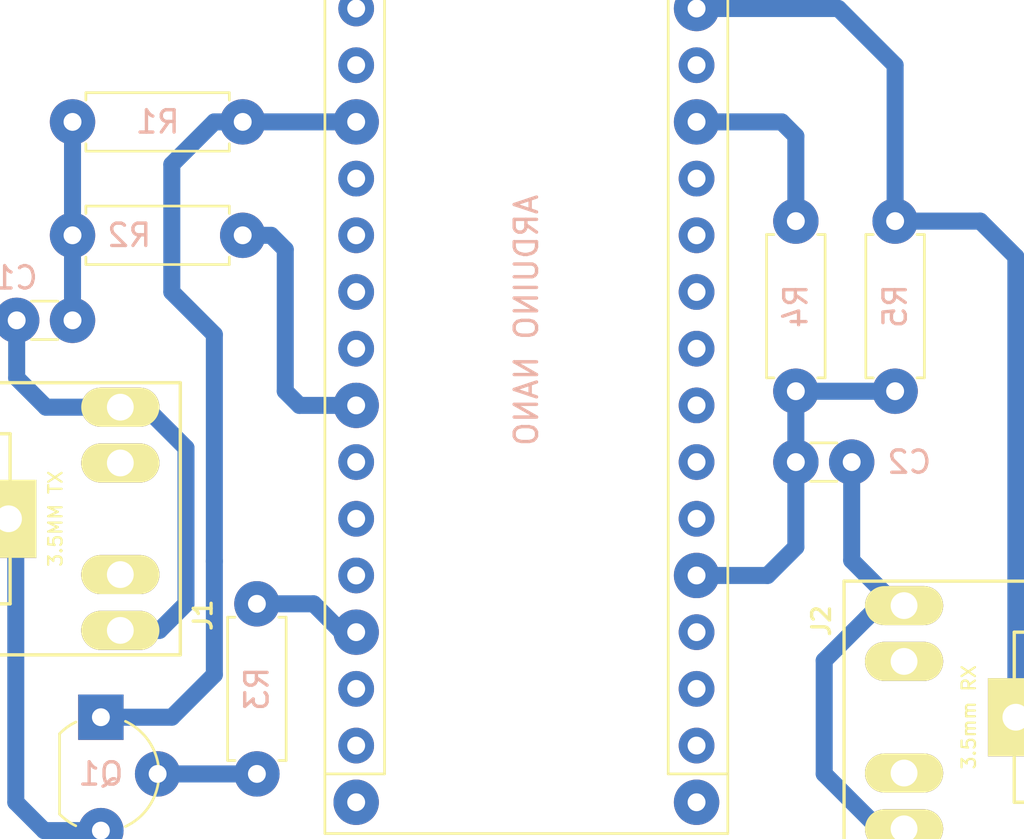
<source format=kicad_pcb>
(kicad_pcb (version 4) (host pcbnew 4.0.6)

  (general
    (links 17)
    (no_connects 1)
    (area 107.801999 70.009999 196.261794 128.270001)
    (thickness 1.6)
    (drawings 1)
    (tracks 55)
    (zones 0)
    (modules 11)
    (nets 41)
  )

  (page USLetter)
  (layers
    (0 F.Cu signal hide)
    (31 B.Cu signal)
    (32 B.Adhes user hide)
    (33 F.Adhes user hide)
    (34 B.Paste user hide)
    (35 F.Paste user hide)
    (36 B.SilkS user hide)
    (37 F.SilkS user)
    (38 B.Mask user hide)
    (39 F.Mask user hide)
    (40 Dwgs.User user hide)
    (41 Cmts.User user hide)
    (42 Eco1.User user hide)
    (43 Eco2.User user hide)
    (44 Edge.Cuts user hide)
    (45 Margin user hide)
    (46 B.CrtYd user hide)
    (47 F.CrtYd user hide)
    (48 B.Fab user)
    (49 F.Fab user)
  )

  (setup
    (last_trace_width 0.762)
    (trace_clearance 0.2)
    (zone_clearance 0.508)
    (zone_45_only no)
    (trace_min 0.2)
    (segment_width 0.2)
    (edge_width 0.15)
    (via_size 0.6)
    (via_drill 0.4)
    (via_min_size 0.4)
    (via_min_drill 0.3)
    (uvia_size 0.3)
    (uvia_drill 0.1)
    (uvias_allowed no)
    (uvia_min_size 0.2)
    (uvia_min_drill 0.1)
    (pcb_text_width 0.3)
    (pcb_text_size 1.5 1.5)
    (mod_edge_width 0.15)
    (mod_text_size 1 1)
    (mod_text_width 0.15)
    (pad_size 1.6 1.6)
    (pad_drill 0.8)
    (pad_to_mask_clearance 0.2)
    (aux_axis_origin 0 0)
    (visible_elements FFFEFF7F)
    (pcbplotparams
      (layerselection 0x00030_80000001)
      (usegerberextensions false)
      (excludeedgelayer true)
      (linewidth 0.100000)
      (plotframeref false)
      (viasonmask false)
      (mode 1)
      (useauxorigin false)
      (hpglpennumber 1)
      (hpglpenspeed 20)
      (hpglpendiameter 15)
      (hpglpenoverlay 2)
      (psnegative false)
      (psa4output false)
      (plotreference true)
      (plotvalue true)
      (plotinvisibletext false)
      (padsonsilk false)
      (subtractmaskfromsilk false)
      (outputformat 1)
      (mirror false)
      (drillshape 1)
      (scaleselection 1)
      (outputdirectory ""))
  )

  (net 0 "")
  (net 1 "Net-(ARDUINO1-Pad1)")
  (net 2 "Net-(ARDUINO1-Pad17)")
  (net 3 "Net-(ARDUINO1-Pad2)")
  (net 4 "Net-(ARDUINO1-Pad18)")
  (net 5 "Net-(ARDUINO1-Pad3)")
  (net 6 "Net-(ARDUINO1-Pad19)")
  (net 7 "Net-(ARDUINO1-Pad20)")
  (net 8 "Net-(ARDUINO1-Pad5)")
  (net 9 "Net-(ARDUINO1-Pad21)")
  (net 10 "Net-(ARDUINO1-Pad6)")
  (net 11 "Net-(ARDUINO1-Pad22)")
  (net 12 "Net-(ARDUINO1-Pad7)")
  (net 13 "Net-(ARDUINO1-Pad23)")
  (net 14 "Net-(ARDUINO1-Pad8)")
  (net 15 "Net-(ARDUINO1-Pad24)")
  (net 16 "Net-(ARDUINO1-Pad9)")
  (net 17 "Net-(ARDUINO1-Pad25)")
  (net 18 "Net-(ARDUINO1-Pad10)")
  (net 19 "Net-(ARDUINO1-Pad26)")
  (net 20 "Net-(ARDUINO1-Pad11)")
  (net 21 "Net-(ARDUINO1-Pad27)")
  (net 22 "Net-(ARDUINO1-Pad12)")
  (net 23 "Net-(ARDUINO1-Pad28)")
  (net 24 "Net-(ARDUINO1-Pad13)")
  (net 25 "Net-(ARDUINO1-Pad14)")
  (net 26 "Net-(ARDUINO1-Pad30)")
  (net 27 "Net-(ARDUINO1-Pad15)")
  (net 28 "Net-(ARDUINO1-Pad16)")
  (net 29 "Net-(C1-Pad1)")
  (net 30 "Net-(C1-Pad2)")
  (net 31 "Net-(C2-Pad2)")
  (net 32 "Net-(J1-Pad1)")
  (net 33 "Net-(J1-Pad4)")
  (net 34 "Net-(J1-Pad5)")
  (net 35 "Net-(J2-Pad4)")
  (net 36 "Net-(J2-Pad5)")
  (net 37 "Net-(Q1-Pad2)")
  (net 38 "Net-(ARDUINO1-Pad4)")
  (net 39 "Net-(ARDUINO1-Pad29)")
  (net 40 GND)

  (net_class Default "This is the default net class."
    (clearance 0.2)
    (trace_width 0.762)
    (via_dia 0.6)
    (via_drill 0.4)
    (uvia_dia 0.3)
    (uvia_drill 0.1)
    (add_net GND)
    (add_net "Net-(ARDUINO1-Pad1)")
    (add_net "Net-(ARDUINO1-Pad10)")
    (add_net "Net-(ARDUINO1-Pad11)")
    (add_net "Net-(ARDUINO1-Pad12)")
    (add_net "Net-(ARDUINO1-Pad13)")
    (add_net "Net-(ARDUINO1-Pad14)")
    (add_net "Net-(ARDUINO1-Pad15)")
    (add_net "Net-(ARDUINO1-Pad16)")
    (add_net "Net-(ARDUINO1-Pad17)")
    (add_net "Net-(ARDUINO1-Pad18)")
    (add_net "Net-(ARDUINO1-Pad19)")
    (add_net "Net-(ARDUINO1-Pad2)")
    (add_net "Net-(ARDUINO1-Pad20)")
    (add_net "Net-(ARDUINO1-Pad21)")
    (add_net "Net-(ARDUINO1-Pad22)")
    (add_net "Net-(ARDUINO1-Pad23)")
    (add_net "Net-(ARDUINO1-Pad24)")
    (add_net "Net-(ARDUINO1-Pad25)")
    (add_net "Net-(ARDUINO1-Pad26)")
    (add_net "Net-(ARDUINO1-Pad27)")
    (add_net "Net-(ARDUINO1-Pad28)")
    (add_net "Net-(ARDUINO1-Pad29)")
    (add_net "Net-(ARDUINO1-Pad3)")
    (add_net "Net-(ARDUINO1-Pad30)")
    (add_net "Net-(ARDUINO1-Pad4)")
    (add_net "Net-(ARDUINO1-Pad5)")
    (add_net "Net-(ARDUINO1-Pad6)")
    (add_net "Net-(ARDUINO1-Pad7)")
    (add_net "Net-(ARDUINO1-Pad8)")
    (add_net "Net-(ARDUINO1-Pad9)")
    (add_net "Net-(C1-Pad1)")
    (add_net "Net-(C1-Pad2)")
    (add_net "Net-(C2-Pad2)")
    (add_net "Net-(J1-Pad1)")
    (add_net "Net-(J1-Pad4)")
    (add_net "Net-(J1-Pad5)")
    (add_net "Net-(J2-Pad4)")
    (add_net "Net-(J2-Pad5)")
    (add_net "Net-(Q1-Pad2)")
  )

  (module Modules:Arduino_Nano_WithMountingHoles (layer F.Cu) (tedit 59E9538A) (tstamp 59DFCBA9)
    (at 130.175 74.295)
    (descr "Arduino Nano, http://www.mouser.com/pdfdocs/Gravitech_Arduino_Nano3_0.pdf")
    (tags "Arduino Nano")
    (path /59DECB51)
    (fp_text reference "ARDUINO NANO" (at 7.62 16.51 90) (layer B.SilkS)
      (effects (font (size 1 1) (thickness 0.15)) (justify mirror))
    )
    (fp_text value ARDUINO_NANO (at 8.89 15.24 90) (layer F.Fab)
      (effects (font (size 1 1) (thickness 0.15)))
    )
    (fp_text user %R (at 6.35 16.51 90) (layer F.Fab)
      (effects (font (size 1 1) (thickness 0.15)))
    )
    (fp_line (start 1.27 1.27) (end 1.27 -1.27) (layer F.SilkS) (width 0.12))
    (fp_line (start 1.27 -1.27) (end -1.4 -1.27) (layer F.SilkS) (width 0.12))
    (fp_line (start -1.4 1.27) (end -1.4 39.5) (layer F.SilkS) (width 0.12))
    (fp_line (start -1.4 -3.94) (end -1.4 -1.27) (layer F.SilkS) (width 0.12))
    (fp_line (start 13.97 -1.27) (end 16.64 -1.27) (layer F.SilkS) (width 0.12))
    (fp_line (start 13.97 -1.27) (end 13.97 36.83) (layer F.SilkS) (width 0.12))
    (fp_line (start 13.97 36.83) (end 16.64 36.83) (layer F.SilkS) (width 0.12))
    (fp_line (start 1.27 1.27) (end -1.4 1.27) (layer F.SilkS) (width 0.12))
    (fp_line (start 1.27 1.27) (end 1.27 36.83) (layer F.SilkS) (width 0.12))
    (fp_line (start 1.27 36.83) (end -1.4 36.83) (layer F.SilkS) (width 0.12))
    (fp_line (start 3.81 31.75) (end 11.43 31.75) (layer F.Fab) (width 0.1))
    (fp_line (start 11.43 31.75) (end 11.43 41.91) (layer F.Fab) (width 0.1))
    (fp_line (start 11.43 41.91) (end 3.81 41.91) (layer F.Fab) (width 0.1))
    (fp_line (start 3.81 41.91) (end 3.81 31.75) (layer F.Fab) (width 0.1))
    (fp_line (start -1.4 39.5) (end 16.64 39.5) (layer F.SilkS) (width 0.12))
    (fp_line (start 16.64 39.5) (end 16.64 -3.94) (layer F.SilkS) (width 0.12))
    (fp_line (start 16.64 -3.94) (end -1.4 -3.94) (layer F.SilkS) (width 0.12))
    (fp_line (start 16.51 39.37) (end -1.27 39.37) (layer F.Fab) (width 0.1))
    (fp_line (start -1.27 39.37) (end -1.27 -2.54) (layer F.Fab) (width 0.1))
    (fp_line (start -1.27 -2.54) (end 0 -3.81) (layer F.Fab) (width 0.1))
    (fp_line (start 0 -3.81) (end 16.51 -3.81) (layer F.Fab) (width 0.1))
    (fp_line (start 16.51 -3.81) (end 16.51 39.37) (layer F.Fab) (width 0.1))
    (fp_line (start -1.53 -4.06) (end 16.75 -4.06) (layer F.CrtYd) (width 0.05))
    (fp_line (start -1.53 -4.06) (end -1.53 42.16) (layer F.CrtYd) (width 0.05))
    (fp_line (start 16.75 42.16) (end 16.75 -4.06) (layer F.CrtYd) (width 0.05))
    (fp_line (start 16.75 42.16) (end -1.53 42.16) (layer F.CrtYd) (width 0.05))
    (pad 1 thru_hole rect (at 0 0) (size 1.6 1.6) (drill 0.8) (layers *.Cu *.Mask)
      (net 1 "Net-(ARDUINO1-Pad1)"))
    (pad 17 thru_hole oval (at 15.24 33.02) (size 1.6 1.6) (drill 0.8) (layers *.Cu *.Mask)
      (net 2 "Net-(ARDUINO1-Pad17)"))
    (pad 2 thru_hole oval (at 0 2.54) (size 1.6 1.6) (drill 0.8) (layers *.Cu *.Mask)
      (net 3 "Net-(ARDUINO1-Pad2)"))
    (pad 18 thru_hole oval (at 15.24 30.48) (size 1.6 1.6) (drill 0.8) (layers *.Cu *.Mask)
      (net 4 "Net-(ARDUINO1-Pad18)"))
    (pad 3 thru_hole oval (at 0 5.08) (size 1.6 1.6) (drill 0.8) (layers *.Cu *.Mask)
      (net 5 "Net-(ARDUINO1-Pad3)"))
    (pad 19 thru_hole circle (at 15.24 27.94) (size 2.032 2.032) (drill 0.8) (layers *.Cu *.Mask)
      (net 6 "Net-(ARDUINO1-Pad19)"))
    (pad 4 thru_hole circle (at 0 7.62) (size 2.032 2.032) (drill 0.8) (layers *.Cu *.Mask)
      (net 38 "Net-(ARDUINO1-Pad4)"))
    (pad 20 thru_hole oval (at 15.24 25.4) (size 1.6 1.6) (drill 0.8) (layers *.Cu *.Mask)
      (net 7 "Net-(ARDUINO1-Pad20)"))
    (pad 5 thru_hole oval (at 0 10.16) (size 1.6 1.6) (drill 0.8) (layers *.Cu *.Mask)
      (net 8 "Net-(ARDUINO1-Pad5)"))
    (pad 21 thru_hole oval (at 15.24 22.86) (size 1.6 1.6) (drill 0.8) (layers *.Cu *.Mask)
      (net 9 "Net-(ARDUINO1-Pad21)"))
    (pad 6 thru_hole oval (at 0 12.7) (size 1.6 1.6) (drill 0.8) (layers *.Cu *.Mask)
      (net 10 "Net-(ARDUINO1-Pad6)"))
    (pad 22 thru_hole oval (at 15.24 20.32) (size 1.6 1.6) (drill 0.8) (layers *.Cu *.Mask)
      (net 11 "Net-(ARDUINO1-Pad22)"))
    (pad 7 thru_hole oval (at 0 15.24) (size 1.6 1.6) (drill 0.8) (layers *.Cu *.Mask)
      (net 12 "Net-(ARDUINO1-Pad7)"))
    (pad 23 thru_hole oval (at 15.24 17.78) (size 1.6 1.6) (drill 0.8) (layers *.Cu *.Mask)
      (net 13 "Net-(ARDUINO1-Pad23)"))
    (pad 8 thru_hole oval (at 0 17.78) (size 1.6 1.6) (drill 0.8) (layers *.Cu *.Mask)
      (net 14 "Net-(ARDUINO1-Pad8)"))
    (pad 24 thru_hole oval (at 15.24 15.24) (size 1.6 1.6) (drill 0.8) (layers *.Cu *.Mask)
      (net 15 "Net-(ARDUINO1-Pad24)"))
    (pad 9 thru_hole circle (at 0 20.32) (size 2.032 2.032) (drill 0.8) (layers *.Cu *.Mask)
      (net 16 "Net-(ARDUINO1-Pad9)"))
    (pad 25 thru_hole oval (at 15.24 12.7) (size 1.6 1.6) (drill 0.8) (layers *.Cu *.Mask)
      (net 17 "Net-(ARDUINO1-Pad25)"))
    (pad 10 thru_hole oval (at 0 22.86) (size 1.6 1.6) (drill 0.8) (layers *.Cu *.Mask)
      (net 18 "Net-(ARDUINO1-Pad10)"))
    (pad 26 thru_hole oval (at 15.24 10.16) (size 1.6 1.6) (drill 0.8) (layers *.Cu *.Mask)
      (net 19 "Net-(ARDUINO1-Pad26)"))
    (pad 11 thru_hole oval (at 0 25.4) (size 1.6 1.6) (drill 0.8) (layers *.Cu *.Mask)
      (net 20 "Net-(ARDUINO1-Pad11)"))
    (pad 27 thru_hole circle (at 15.24 7.62) (size 2.032 2.032) (drill 0.8) (layers *.Cu *.Mask)
      (net 21 "Net-(ARDUINO1-Pad27)"))
    (pad 12 thru_hole oval (at 0 27.94) (size 1.6 1.6) (drill 0.8) (layers *.Cu *.Mask)
      (net 22 "Net-(ARDUINO1-Pad12)"))
    (pad 28 thru_hole oval (at 15.24 5.08) (size 1.6 1.6) (drill 0.8) (layers *.Cu *.Mask)
      (net 23 "Net-(ARDUINO1-Pad28)"))
    (pad 13 thru_hole circle (at 0 30.48) (size 2.032 2.032) (drill 0.8) (layers *.Cu *.Mask)
      (net 24 "Net-(ARDUINO1-Pad13)"))
    (pad 29 thru_hole circle (at 15.24 2.54) (size 2.032 2.032) (drill 0.8) (layers *.Cu *.Mask)
      (net 39 "Net-(ARDUINO1-Pad29)"))
    (pad 14 thru_hole oval (at 0 33.02) (size 1.6 1.6) (drill 0.8) (layers *.Cu *.Mask)
      (net 25 "Net-(ARDUINO1-Pad14)"))
    (pad 30 thru_hole oval (at 15.24 0) (size 1.6 1.6) (drill 0.8) (layers *.Cu *.Mask)
      (net 26 "Net-(ARDUINO1-Pad30)"))
    (pad 15 thru_hole oval (at 0 35.56) (size 1.6 1.6) (drill 0.8) (layers *.Cu *.Mask)
      (net 27 "Net-(ARDUINO1-Pad15)"))
    (pad 16 thru_hole oval (at 15.24 35.56) (size 1.6 1.6) (drill 0.8) (layers *.Cu *.Mask)
      (net 28 "Net-(ARDUINO1-Pad16)"))
    (pad "" thru_hole circle (at 0 -2.54) (size 2.032 2.032) (drill 0.8) (layers *.Cu *.Mask))
    (pad "" thru_hole circle (at 15.24 -2.54) (size 2.032 2.032) (drill 0.8) (layers *.Cu *.Mask))
    (pad "" thru_hole circle (at 15.24 38.1) (size 2.032 2.032) (drill 0.8) (layers *.Cu *.Mask))
    (pad "" thru_hole circle (at 0 38.1) (size 2.032 2.032) (drill 0.8) (layers *.Cu *.Mask))
  )

  (module Capacitors_THT:C_Disc_D3.0mm_W1.6mm_P2.50mm (layer F.Cu) (tedit 59E91A55) (tstamp 59DFCBAF)
    (at 117.475 90.805 180)
    (descr "C, Disc series, Radial, pin pitch=2.50mm, , diameter*width=3.0*1.6mm^2, Capacitor, http://www.vishay.com/docs/45233/krseries.pdf")
    (tags "C Disc series Radial pin pitch 2.50mm  diameter 3.0mm width 1.6mm Capacitor")
    (path /59DEDD35)
    (fp_text reference C1 (at 2.54 1.905 180) (layer B.SilkS)
      (effects (font (size 1 1) (thickness 0.15)) (justify mirror))
    )
    (fp_text value 0.1uF (at 1.25 2.11 180) (layer F.Fab)
      (effects (font (size 1 1) (thickness 0.15)))
    )
    (fp_line (start -0.25 -0.8) (end -0.25 0.8) (layer F.Fab) (width 0.1))
    (fp_line (start -0.25 0.8) (end 2.75 0.8) (layer F.Fab) (width 0.1))
    (fp_line (start 2.75 0.8) (end 2.75 -0.8) (layer F.Fab) (width 0.1))
    (fp_line (start 2.75 -0.8) (end -0.25 -0.8) (layer F.Fab) (width 0.1))
    (fp_line (start 0.663 -0.861) (end 1.837 -0.861) (layer F.SilkS) (width 0.12))
    (fp_line (start 0.663 0.861) (end 1.837 0.861) (layer F.SilkS) (width 0.12))
    (fp_line (start -1.05 -1.15) (end -1.05 1.15) (layer F.CrtYd) (width 0.05))
    (fp_line (start -1.05 1.15) (end 3.55 1.15) (layer F.CrtYd) (width 0.05))
    (fp_line (start 3.55 1.15) (end 3.55 -1.15) (layer F.CrtYd) (width 0.05))
    (fp_line (start 3.55 -1.15) (end -1.05 -1.15) (layer F.CrtYd) (width 0.05))
    (fp_text user %R (at 1.25 0 180) (layer F.Fab)
      (effects (font (size 1 1) (thickness 0.15)))
    )
    (pad 1 thru_hole circle (at 0 0 180) (size 2.032 2.032) (drill 0.8) (layers *.Cu *.Mask)
      (net 29 "Net-(C1-Pad1)"))
    (pad 2 thru_hole circle (at 2.5 0 180) (size 2.032 2.032) (drill 0.8) (layers *.Cu *.Mask)
      (net 30 "Net-(C1-Pad2)"))
    (model ${KISYS3DMOD}/Capacitors_THT.3dshapes/C_Disc_D3.0mm_W1.6mm_P2.50mm.wrl
      (at (xyz 0 0 0))
      (scale (xyz 1 1 1))
      (rotate (xyz 0 0 0))
    )
  )

  (module Capacitors_THT:C_Disc_D3.0mm_W1.6mm_P2.50mm (layer F.Cu) (tedit 59E953BE) (tstamp 59DFCBB5)
    (at 149.86 97.155)
    (descr "C, Disc series, Radial, pin pitch=2.50mm, , diameter*width=3.0*1.6mm^2, Capacitor, http://www.vishay.com/docs/45233/krseries.pdf")
    (tags "C Disc series Radial pin pitch 2.50mm  diameter 3.0mm width 1.6mm Capacitor")
    (path /59DEDF2F)
    (fp_text reference C2 (at 5.08 0) (layer B.SilkS)
      (effects (font (size 1 1) (thickness 0.15)) (justify mirror))
    )
    (fp_text value 0.01uF (at 1.25 2.11) (layer F.Fab)
      (effects (font (size 1 1) (thickness 0.15)))
    )
    (fp_line (start -0.25 -0.8) (end -0.25 0.8) (layer F.Fab) (width 0.1))
    (fp_line (start -0.25 0.8) (end 2.75 0.8) (layer F.Fab) (width 0.1))
    (fp_line (start 2.75 0.8) (end 2.75 -0.8) (layer F.Fab) (width 0.1))
    (fp_line (start 2.75 -0.8) (end -0.25 -0.8) (layer F.Fab) (width 0.1))
    (fp_line (start 0.663 -0.861) (end 1.837 -0.861) (layer F.SilkS) (width 0.12))
    (fp_line (start 0.663 0.861) (end 1.837 0.861) (layer F.SilkS) (width 0.12))
    (fp_line (start -1.05 -1.15) (end -1.05 1.15) (layer F.CrtYd) (width 0.05))
    (fp_line (start -1.05 1.15) (end 3.55 1.15) (layer F.CrtYd) (width 0.05))
    (fp_line (start 3.55 1.15) (end 3.55 -1.15) (layer F.CrtYd) (width 0.05))
    (fp_line (start 3.55 -1.15) (end -1.05 -1.15) (layer F.CrtYd) (width 0.05))
    (fp_text user %R (at 1.25 0) (layer F.Fab)
      (effects (font (size 1 1) (thickness 0.15)))
    )
    (pad 1 thru_hole circle (at 0 0) (size 2.032 2.032) (drill 0.8) (layers *.Cu *.Mask)
      (net 6 "Net-(ARDUINO1-Pad19)"))
    (pad 2 thru_hole circle (at 2.5 0) (size 2.032 2.032) (drill 0.8) (layers *.Cu *.Mask)
      (net 31 "Net-(C2-Pad2)"))
    (model ${KISYS3DMOD}/Capacitors_THT.3dshapes/C_Disc_D3.0mm_W1.6mm_P2.50mm.wrl
      (at (xyz 0 0 0))
      (scale (xyz 1 1 1))
      (rotate (xyz 0 0 0))
    )
  )

  (module Arduino_TNC:Tayda_3.5mm_stereo_TRS_jack_A-853 (layer F.Cu) (tedit 56D1364A) (tstamp 59DFCBBE)
    (at 116.205 99.695 90)
    (path /59DED18B)
    (fp_text reference J1 (at -4.318 7.112 90) (layer F.SilkS)
      (effects (font (size 0.8 0.8) (thickness 0.15)))
    )
    (fp_text value "3.5MM TX" (at 0 0.508 90) (layer F.SilkS)
      (effects (font (size 0.6 0.6) (thickness 0.1)))
    )
    (fp_line (start -1.778 -1.524) (end -3.81 -1.524) (layer F.SilkS) (width 0.15))
    (fp_line (start -3.81 -1.524) (end -3.81 -5.08) (layer F.SilkS) (width 0.15))
    (fp_line (start -3.81 -5.08) (end 3.81 -5.08) (layer F.SilkS) (width 0.15))
    (fp_line (start 3.81 -5.08) (end 3.81 -1.524) (layer F.SilkS) (width 0.15))
    (fp_line (start 3.81 -1.524) (end 1.778 -1.524) (layer F.SilkS) (width 0.15))
    (fp_line (start -5.08 -6.096) (end -6.096 -6.096) (layer F.SilkS) (width 0.15))
    (fp_line (start 6.096 -6.096) (end 5.08 -6.096) (layer F.SilkS) (width 0.15))
    (fp_line (start -2.54 -8.128) (end -2.54 -6.604) (layer F.SilkS) (width 0.15))
    (fp_line (start 2.54 -6.604) (end 2.54 -8.128) (layer F.SilkS) (width 0.15))
    (fp_line (start -2.54 -7.366) (end 2.54 -7.366) (layer F.SilkS) (width 0.15))
    (fp_line (start -5.08 -6.096) (end -5.08 -6.35) (layer F.SilkS) (width 0.15))
    (fp_line (start -5.08 -6.35) (end -5.08 -6.604) (layer F.SilkS) (width 0.15))
    (fp_line (start -5.08 -6.604) (end 5.08 -6.604) (layer F.SilkS) (width 0.15))
    (fp_line (start 5.08 -6.604) (end 5.08 -6.096) (layer F.SilkS) (width 0.15))
    (fp_line (start -2.54 -8.128) (end 2.54 -8.128) (layer F.SilkS) (width 0.15))
    (fp_line (start -6.096 6.096) (end -6.096 -6.096) (layer F.SilkS) (width 0.15))
    (fp_line (start 6.096 -6.096) (end 6.096 6.096) (layer F.SilkS) (width 0.15))
    (fp_line (start 6.096 6.096) (end -6.096 6.096) (layer F.SilkS) (width 0.15))
    (pad 1 thru_hole rect (at 0 -1.596 90) (size 3.5 2.5) (drill 1.2) (layers *.Cu *.Mask F.SilkS)
      (net 32 "Net-(J1-Pad1)"))
    (pad 2 thru_hole oval (at 5 3.41 90) (size 1.75 3.5) (drill 1.2) (layers *.Cu *.Mask F.SilkS)
      (net 30 "Net-(C1-Pad2)"))
    (pad 3 thru_hole oval (at -5 3.41 90) (size 1.75 3.5) (drill 1.2) (layers *.Cu *.Mask F.SilkS)
      (net 30 "Net-(C1-Pad2)"))
    (pad 4 thru_hole oval (at 2.5 3.41 90) (size 1.75 3.5) (drill 1.2) (layers *.Cu *.Mask F.SilkS)
      (net 33 "Net-(J1-Pad4)"))
    (pad 5 thru_hole oval (at -2.5 3.41 90) (size 1.75 3.5) (drill 1.2) (layers *.Cu *.Mask F.SilkS)
      (net 34 "Net-(J1-Pad5)"))
  )

  (module Arduino_TNC:Tayda_3.5mm_stereo_TRS_jack_A-853 (layer F.Cu) (tedit 56D1364A) (tstamp 59DFCBC7)
    (at 158.115 108.585 270)
    (path /59DEDF73)
    (fp_text reference J2 (at -4.318 7.112 270) (layer F.SilkS)
      (effects (font (size 0.8 0.8) (thickness 0.15)))
    )
    (fp_text value "3.5mm RX" (at 0 0.508 270) (layer F.SilkS)
      (effects (font (size 0.6 0.6) (thickness 0.1)))
    )
    (fp_line (start -1.778 -1.524) (end -3.81 -1.524) (layer F.SilkS) (width 0.15))
    (fp_line (start -3.81 -1.524) (end -3.81 -5.08) (layer F.SilkS) (width 0.15))
    (fp_line (start -3.81 -5.08) (end 3.81 -5.08) (layer F.SilkS) (width 0.15))
    (fp_line (start 3.81 -5.08) (end 3.81 -1.524) (layer F.SilkS) (width 0.15))
    (fp_line (start 3.81 -1.524) (end 1.778 -1.524) (layer F.SilkS) (width 0.15))
    (fp_line (start -5.08 -6.096) (end -6.096 -6.096) (layer F.SilkS) (width 0.15))
    (fp_line (start 6.096 -6.096) (end 5.08 -6.096) (layer F.SilkS) (width 0.15))
    (fp_line (start -2.54 -8.128) (end -2.54 -6.604) (layer F.SilkS) (width 0.15))
    (fp_line (start 2.54 -6.604) (end 2.54 -8.128) (layer F.SilkS) (width 0.15))
    (fp_line (start -2.54 -7.366) (end 2.54 -7.366) (layer F.SilkS) (width 0.15))
    (fp_line (start -5.08 -6.096) (end -5.08 -6.35) (layer F.SilkS) (width 0.15))
    (fp_line (start -5.08 -6.35) (end -5.08 -6.604) (layer F.SilkS) (width 0.15))
    (fp_line (start -5.08 -6.604) (end 5.08 -6.604) (layer F.SilkS) (width 0.15))
    (fp_line (start 5.08 -6.604) (end 5.08 -6.096) (layer F.SilkS) (width 0.15))
    (fp_line (start -2.54 -8.128) (end 2.54 -8.128) (layer F.SilkS) (width 0.15))
    (fp_line (start -6.096 6.096) (end -6.096 -6.096) (layer F.SilkS) (width 0.15))
    (fp_line (start 6.096 -6.096) (end 6.096 6.096) (layer F.SilkS) (width 0.15))
    (fp_line (start 6.096 6.096) (end -6.096 6.096) (layer F.SilkS) (width 0.15))
    (pad 1 thru_hole rect (at 0 -1.596 270) (size 3.5 2.5) (drill 1.2) (layers *.Cu *.Mask F.SilkS)
      (net 40 GND))
    (pad 2 thru_hole oval (at 5 3.41 270) (size 1.75 3.5) (drill 1.2) (layers *.Cu *.Mask F.SilkS)
      (net 31 "Net-(C2-Pad2)"))
    (pad 3 thru_hole oval (at -5 3.41 270) (size 1.75 3.5) (drill 1.2) (layers *.Cu *.Mask F.SilkS)
      (net 31 "Net-(C2-Pad2)"))
    (pad 4 thru_hole oval (at 2.5 3.41 270) (size 1.75 3.5) (drill 1.2) (layers *.Cu *.Mask F.SilkS)
      (net 35 "Net-(J2-Pad4)"))
    (pad 5 thru_hole oval (at -2.5 3.41 270) (size 1.75 3.5) (drill 1.2) (layers *.Cu *.Mask F.SilkS)
      (net 36 "Net-(J2-Pad5)"))
  )

  (module TO_SOT_Packages_THT:TO-92_Molded_Wide (layer F.Cu) (tedit 59E91A90) (tstamp 59DFCBCE)
    (at 118.745 108.585 270)
    (descr "TO-92 leads molded, wide, drill 0.8mm (see NXP sot054_po.pdf)")
    (tags "to-92 sc-43 sc-43a sot54 PA33 transistor")
    (path /59DECEB3)
    (fp_text reference Q1 (at 2.54 0 360) (layer B.SilkS)
      (effects (font (size 1 1) (thickness 0.15)) (justify mirror))
    )
    (fp_text value 2N2222 (at 2.54 2.79 270) (layer F.Fab)
      (effects (font (size 1 1) (thickness 0.15)))
    )
    (fp_text user %R (at 2.54 -4.19 450) (layer F.Fab)
      (effects (font (size 1 1) (thickness 0.15)))
    )
    (fp_line (start 0.74 1.85) (end 4.34 1.85) (layer F.SilkS) (width 0.12))
    (fp_line (start 0.8 1.75) (end 4.3 1.75) (layer F.Fab) (width 0.1))
    (fp_line (start -1.01 -3.55) (end 6.09 -3.55) (layer F.CrtYd) (width 0.05))
    (fp_line (start -1.01 -3.55) (end -1.01 2.01) (layer F.CrtYd) (width 0.05))
    (fp_line (start 6.09 2.01) (end 6.09 -3.55) (layer F.CrtYd) (width 0.05))
    (fp_line (start 6.09 2.01) (end -1.01 2.01) (layer F.CrtYd) (width 0.05))
    (fp_arc (start 2.54 0) (end 0.74 1.85) (angle 20) (layer F.SilkS) (width 0.12))
    (fp_arc (start 2.54 0) (end 2.54 -2.6) (angle -65) (layer F.SilkS) (width 0.12))
    (fp_arc (start 2.54 0) (end 2.54 -2.6) (angle 65) (layer F.SilkS) (width 0.12))
    (fp_arc (start 2.54 0) (end 2.54 -2.48) (angle 135) (layer F.Fab) (width 0.1))
    (fp_arc (start 2.54 0) (end 2.54 -2.48) (angle -135) (layer F.Fab) (width 0.1))
    (fp_arc (start 2.54 0) (end 4.34 1.85) (angle -20) (layer F.SilkS) (width 0.12))
    (pad 2 thru_hole circle (at 2.54 -2.54 270) (size 2.032 2.032) (drill 0.8) (layers *.Cu *.Mask)
      (net 37 "Net-(Q1-Pad2)"))
    (pad 3 thru_hole circle (at 5.08 0 270) (size 2.032 2.032) (drill 0.8) (layers *.Cu *.Mask)
      (net 32 "Net-(J1-Pad1)"))
    (pad 1 thru_hole rect (at 0 0) (size 2.032 2.032) (drill 0.8) (layers *.Cu *.Mask)
      (net 40 GND))
    (model ${KISYS3DMOD}/TO_SOT_Packages_THT.3dshapes/TO-92_Molded_Wide.wrl
      (at (xyz 0.1 0 0))
      (scale (xyz 1 1 1))
      (rotate (xyz 0 0 -90))
    )
  )

  (module Resistors_THT:R_Axial_DIN0207_L6.3mm_D2.5mm_P7.62mm_Horizontal (layer F.Cu) (tedit 59E8FCAE) (tstamp 59DFCBD4)
    (at 125.095 81.915 180)
    (descr "Resistor, Axial_DIN0207 series, Axial, Horizontal, pin pitch=7.62mm, 0.25W = 1/4W, length*diameter=6.3*2.5mm^2, http://cdn-reichelt.de/documents/datenblatt/B400/1_4W%23YAG.pdf")
    (tags "Resistor Axial_DIN0207 series Axial Horizontal pin pitch 7.62mm 0.25W = 1/4W length 6.3mm diameter 2.5mm")
    (path /59DEDAA9)
    (fp_text reference R1 (at 3.81 0 180) (layer B.SilkS)
      (effects (font (size 1 1) (thickness 0.15)) (justify mirror))
    )
    (fp_text value 10K (at 3.81 2.31 180) (layer F.Fab)
      (effects (font (size 1 1) (thickness 0.15)))
    )
    (fp_line (start 0.66 -1.25) (end 0.66 1.25) (layer F.Fab) (width 0.1))
    (fp_line (start 0.66 1.25) (end 6.96 1.25) (layer F.Fab) (width 0.1))
    (fp_line (start 6.96 1.25) (end 6.96 -1.25) (layer F.Fab) (width 0.1))
    (fp_line (start 6.96 -1.25) (end 0.66 -1.25) (layer F.Fab) (width 0.1))
    (fp_line (start 0 0) (end 0.66 0) (layer F.Fab) (width 0.1))
    (fp_line (start 7.62 0) (end 6.96 0) (layer F.Fab) (width 0.1))
    (fp_line (start 0.6 -0.98) (end 0.6 -1.31) (layer F.SilkS) (width 0.12))
    (fp_line (start 0.6 -1.31) (end 7.02 -1.31) (layer F.SilkS) (width 0.12))
    (fp_line (start 7.02 -1.31) (end 7.02 -0.98) (layer F.SilkS) (width 0.12))
    (fp_line (start 0.6 0.98) (end 0.6 1.31) (layer F.SilkS) (width 0.12))
    (fp_line (start 0.6 1.31) (end 7.02 1.31) (layer F.SilkS) (width 0.12))
    (fp_line (start 7.02 1.31) (end 7.02 0.98) (layer F.SilkS) (width 0.12))
    (fp_line (start -1.05 -1.6) (end -1.05 1.6) (layer F.CrtYd) (width 0.05))
    (fp_line (start -1.05 1.6) (end 8.7 1.6) (layer F.CrtYd) (width 0.05))
    (fp_line (start 8.7 1.6) (end 8.7 -1.6) (layer F.CrtYd) (width 0.05))
    (fp_line (start 8.7 -1.6) (end -1.05 -1.6) (layer F.CrtYd) (width 0.05))
    (pad 1 thru_hole circle (at 0 0 180) (size 2.032 2.032) (drill 0.8) (layers *.Cu *.Mask)
      (net 40 GND))
    (pad 2 thru_hole circle (at 7.62 0 180) (size 2.032 2.032) (drill 0.8) (layers *.Cu *.Mask)
      (net 29 "Net-(C1-Pad1)"))
    (model ${KISYS3DMOD}/Resistors_THT.3dshapes/R_Axial_DIN0207_L6.3mm_D2.5mm_P7.62mm_Horizontal.wrl
      (at (xyz 0 0 0))
      (scale (xyz 0.393701 0.393701 0.393701))
      (rotate (xyz 0 0 0))
    )
  )

  (module Resistors_THT:R_Axial_DIN0207_L6.3mm_D2.5mm_P7.62mm_Horizontal (layer F.Cu) (tedit 59E91A32) (tstamp 59DFCBDA)
    (at 125.095 86.995 180)
    (descr "Resistor, Axial_DIN0207 series, Axial, Horizontal, pin pitch=7.62mm, 0.25W = 1/4W, length*diameter=6.3*2.5mm^2, http://cdn-reichelt.de/documents/datenblatt/B400/1_4W%23YAG.pdf")
    (tags "Resistor Axial_DIN0207 series Axial Horizontal pin pitch 7.62mm 0.25W = 1/4W length 6.3mm diameter 2.5mm")
    (path /59DEDA5B)
    (fp_text reference R2 (at 5.08 0 180) (layer B.SilkS)
      (effects (font (size 1 1) (thickness 0.15)) (justify mirror))
    )
    (fp_text value 100K (at 3.81 2.31 180) (layer F.Fab)
      (effects (font (size 1 1) (thickness 0.15)))
    )
    (fp_line (start 0.66 -1.25) (end 0.66 1.25) (layer F.Fab) (width 0.1))
    (fp_line (start 0.66 1.25) (end 6.96 1.25) (layer F.Fab) (width 0.1))
    (fp_line (start 6.96 1.25) (end 6.96 -1.25) (layer F.Fab) (width 0.1))
    (fp_line (start 6.96 -1.25) (end 0.66 -1.25) (layer F.Fab) (width 0.1))
    (fp_line (start 0 0) (end 0.66 0) (layer F.Fab) (width 0.1))
    (fp_line (start 7.62 0) (end 6.96 0) (layer F.Fab) (width 0.1))
    (fp_line (start 0.6 -0.98) (end 0.6 -1.31) (layer F.SilkS) (width 0.12))
    (fp_line (start 0.6 -1.31) (end 7.02 -1.31) (layer F.SilkS) (width 0.12))
    (fp_line (start 7.02 -1.31) (end 7.02 -0.98) (layer F.SilkS) (width 0.12))
    (fp_line (start 0.6 0.98) (end 0.6 1.31) (layer F.SilkS) (width 0.12))
    (fp_line (start 0.6 1.31) (end 7.02 1.31) (layer F.SilkS) (width 0.12))
    (fp_line (start 7.02 1.31) (end 7.02 0.98) (layer F.SilkS) (width 0.12))
    (fp_line (start -1.05 -1.6) (end -1.05 1.6) (layer F.CrtYd) (width 0.05))
    (fp_line (start -1.05 1.6) (end 8.7 1.6) (layer F.CrtYd) (width 0.05))
    (fp_line (start 8.7 1.6) (end 8.7 -1.6) (layer F.CrtYd) (width 0.05))
    (fp_line (start 8.7 -1.6) (end -1.05 -1.6) (layer F.CrtYd) (width 0.05))
    (pad 1 thru_hole circle (at 0 0 180) (size 2.032 2.032) (drill 0.8) (layers *.Cu *.Mask)
      (net 16 "Net-(ARDUINO1-Pad9)"))
    (pad 2 thru_hole circle (at 7.62 0 180) (size 2.032 2.032) (drill 0.8) (layers *.Cu *.Mask)
      (net 29 "Net-(C1-Pad1)"))
    (model ${KISYS3DMOD}/Resistors_THT.3dshapes/R_Axial_DIN0207_L6.3mm_D2.5mm_P7.62mm_Horizontal.wrl
      (at (xyz 0 0 0))
      (scale (xyz 0.393701 0.393701 0.393701))
      (rotate (xyz 0 0 0))
    )
  )

  (module Resistors_THT:R_Axial_DIN0207_L6.3mm_D2.5mm_P7.62mm_Horizontal (layer F.Cu) (tedit 59E91A71) (tstamp 59DFCBE0)
    (at 125.73 103.505 270)
    (descr "Resistor, Axial_DIN0207 series, Axial, Horizontal, pin pitch=7.62mm, 0.25W = 1/4W, length*diameter=6.3*2.5mm^2, http://cdn-reichelt.de/documents/datenblatt/B400/1_4W%23YAG.pdf")
    (tags "Resistor Axial_DIN0207 series Axial Horizontal pin pitch 7.62mm 0.25W = 1/4W length 6.3mm diameter 2.5mm")
    (path /59DECC0C)
    (fp_text reference R3 (at 3.81 0 270) (layer B.SilkS)
      (effects (font (size 1 1) (thickness 0.15)) (justify mirror))
    )
    (fp_text value 1K (at 3.81 2.31 450) (layer F.Fab)
      (effects (font (size 1 1) (thickness 0.15)))
    )
    (fp_line (start 0.66 -1.25) (end 0.66 1.25) (layer F.Fab) (width 0.1))
    (fp_line (start 0.66 1.25) (end 6.96 1.25) (layer F.Fab) (width 0.1))
    (fp_line (start 6.96 1.25) (end 6.96 -1.25) (layer F.Fab) (width 0.1))
    (fp_line (start 6.96 -1.25) (end 0.66 -1.25) (layer F.Fab) (width 0.1))
    (fp_line (start 0 0) (end 0.66 0) (layer F.Fab) (width 0.1))
    (fp_line (start 7.62 0) (end 6.96 0) (layer F.Fab) (width 0.1))
    (fp_line (start 0.6 -0.98) (end 0.6 -1.31) (layer F.SilkS) (width 0.12))
    (fp_line (start 0.6 -1.31) (end 7.02 -1.31) (layer F.SilkS) (width 0.12))
    (fp_line (start 7.02 -1.31) (end 7.02 -0.98) (layer F.SilkS) (width 0.12))
    (fp_line (start 0.6 0.98) (end 0.6 1.31) (layer F.SilkS) (width 0.12))
    (fp_line (start 0.6 1.31) (end 7.02 1.31) (layer F.SilkS) (width 0.12))
    (fp_line (start 7.02 1.31) (end 7.02 0.98) (layer F.SilkS) (width 0.12))
    (fp_line (start -1.05 -1.6) (end -1.05 1.6) (layer F.CrtYd) (width 0.05))
    (fp_line (start -1.05 1.6) (end 8.7 1.6) (layer F.CrtYd) (width 0.05))
    (fp_line (start 8.7 1.6) (end 8.7 -1.6) (layer F.CrtYd) (width 0.05))
    (fp_line (start 8.7 -1.6) (end -1.05 -1.6) (layer F.CrtYd) (width 0.05))
    (pad 1 thru_hole circle (at 0 0 270) (size 2.032 2.032) (drill 0.8) (layers *.Cu *.Mask)
      (net 24 "Net-(ARDUINO1-Pad13)"))
    (pad 2 thru_hole circle (at 7.62 0 270) (size 2.032 2.032) (drill 0.8) (layers *.Cu *.Mask)
      (net 37 "Net-(Q1-Pad2)"))
    (model ${KISYS3DMOD}/Resistors_THT.3dshapes/R_Axial_DIN0207_L6.3mm_D2.5mm_P7.62mm_Horizontal.wrl
      (at (xyz 0 0 0))
      (scale (xyz 0.393701 0.393701 0.393701))
      (rotate (xyz 0 0 0))
    )
  )

  (module Resistors_THT:R_Axial_DIN0207_L6.3mm_D2.5mm_P7.62mm_Horizontal (layer F.Cu) (tedit 59E91AC1) (tstamp 59DFCBE6)
    (at 149.86 86.36 270)
    (descr "Resistor, Axial_DIN0207 series, Axial, Horizontal, pin pitch=7.62mm, 0.25W = 1/4W, length*diameter=6.3*2.5mm^2, http://cdn-reichelt.de/documents/datenblatt/B400/1_4W%23YAG.pdf")
    (tags "Resistor Axial_DIN0207 series Axial Horizontal pin pitch 7.62mm 0.25W = 1/4W length 6.3mm diameter 2.5mm")
    (path /59DEDC33)
    (fp_text reference R4 (at 3.81 0 270) (layer B.SilkS)
      (effects (font (size 1 1) (thickness 0.15)) (justify mirror))
    )
    (fp_text value 10K (at 3.81 2.31 270) (layer F.Fab)
      (effects (font (size 1 1) (thickness 0.15)))
    )
    (fp_line (start 0.66 -1.25) (end 0.66 1.25) (layer F.Fab) (width 0.1))
    (fp_line (start 0.66 1.25) (end 6.96 1.25) (layer F.Fab) (width 0.1))
    (fp_line (start 6.96 1.25) (end 6.96 -1.25) (layer F.Fab) (width 0.1))
    (fp_line (start 6.96 -1.25) (end 0.66 -1.25) (layer F.Fab) (width 0.1))
    (fp_line (start 0 0) (end 0.66 0) (layer F.Fab) (width 0.1))
    (fp_line (start 7.62 0) (end 6.96 0) (layer F.Fab) (width 0.1))
    (fp_line (start 0.6 -0.98) (end 0.6 -1.31) (layer F.SilkS) (width 0.12))
    (fp_line (start 0.6 -1.31) (end 7.02 -1.31) (layer F.SilkS) (width 0.12))
    (fp_line (start 7.02 -1.31) (end 7.02 -0.98) (layer F.SilkS) (width 0.12))
    (fp_line (start 0.6 0.98) (end 0.6 1.31) (layer F.SilkS) (width 0.12))
    (fp_line (start 0.6 1.31) (end 7.02 1.31) (layer F.SilkS) (width 0.12))
    (fp_line (start 7.02 1.31) (end 7.02 0.98) (layer F.SilkS) (width 0.12))
    (fp_line (start -1.05 -1.6) (end -1.05 1.6) (layer F.CrtYd) (width 0.05))
    (fp_line (start -1.05 1.6) (end 8.7 1.6) (layer F.CrtYd) (width 0.05))
    (fp_line (start 8.7 1.6) (end 8.7 -1.6) (layer F.CrtYd) (width 0.05))
    (fp_line (start 8.7 -1.6) (end -1.05 -1.6) (layer F.CrtYd) (width 0.05))
    (pad 1 thru_hole circle (at 0 0 270) (size 2.032 2.032) (drill 0.8) (layers *.Cu *.Mask)
      (net 21 "Net-(ARDUINO1-Pad27)"))
    (pad 2 thru_hole circle (at 7.62 0 270) (size 2.032 2.032) (drill 0.8) (layers *.Cu *.Mask)
      (net 6 "Net-(ARDUINO1-Pad19)"))
    (model ${KISYS3DMOD}/Resistors_THT.3dshapes/R_Axial_DIN0207_L6.3mm_D2.5mm_P7.62mm_Horizontal.wrl
      (at (xyz 0 0 0))
      (scale (xyz 0.393701 0.393701 0.393701))
      (rotate (xyz 0 0 0))
    )
  )

  (module Resistors_THT:R_Axial_DIN0207_L6.3mm_D2.5mm_P7.62mm_Horizontal (layer F.Cu) (tedit 59E91AD6) (tstamp 59DFCBEC)
    (at 154.305 86.36 270)
    (descr "Resistor, Axial_DIN0207 series, Axial, Horizontal, pin pitch=7.62mm, 0.25W = 1/4W, length*diameter=6.3*2.5mm^2, http://cdn-reichelt.de/documents/datenblatt/B400/1_4W%23YAG.pdf")
    (tags "Resistor Axial_DIN0207 series Axial Horizontal pin pitch 7.62mm 0.25W = 1/4W length 6.3mm diameter 2.5mm")
    (path /59DEDE70)
    (fp_text reference R5 (at 3.81 0 270) (layer B.SilkS)
      (effects (font (size 1 1) (thickness 0.15)) (justify mirror))
    )
    (fp_text value 10K (at 3.81 2.31 270) (layer F.Fab)
      (effects (font (size 1 1) (thickness 0.15)))
    )
    (fp_line (start 0.66 -1.25) (end 0.66 1.25) (layer F.Fab) (width 0.1))
    (fp_line (start 0.66 1.25) (end 6.96 1.25) (layer F.Fab) (width 0.1))
    (fp_line (start 6.96 1.25) (end 6.96 -1.25) (layer F.Fab) (width 0.1))
    (fp_line (start 6.96 -1.25) (end 0.66 -1.25) (layer F.Fab) (width 0.1))
    (fp_line (start 0 0) (end 0.66 0) (layer F.Fab) (width 0.1))
    (fp_line (start 7.62 0) (end 6.96 0) (layer F.Fab) (width 0.1))
    (fp_line (start 0.6 -0.98) (end 0.6 -1.31) (layer F.SilkS) (width 0.12))
    (fp_line (start 0.6 -1.31) (end 7.02 -1.31) (layer F.SilkS) (width 0.12))
    (fp_line (start 7.02 -1.31) (end 7.02 -0.98) (layer F.SilkS) (width 0.12))
    (fp_line (start 0.6 0.98) (end 0.6 1.31) (layer F.SilkS) (width 0.12))
    (fp_line (start 0.6 1.31) (end 7.02 1.31) (layer F.SilkS) (width 0.12))
    (fp_line (start 7.02 1.31) (end 7.02 0.98) (layer F.SilkS) (width 0.12))
    (fp_line (start -1.05 -1.6) (end -1.05 1.6) (layer F.CrtYd) (width 0.05))
    (fp_line (start -1.05 1.6) (end 8.7 1.6) (layer F.CrtYd) (width 0.05))
    (fp_line (start 8.7 1.6) (end 8.7 -1.6) (layer F.CrtYd) (width 0.05))
    (fp_line (start 8.7 -1.6) (end -1.05 -1.6) (layer F.CrtYd) (width 0.05))
    (pad 1 thru_hole circle (at 0 0 270) (size 2.032 2.032) (drill 0.8) (layers *.Cu *.Mask)
      (net 40 GND))
    (pad 2 thru_hole circle (at 7.62 0 270) (size 2.032 2.032) (drill 0.8) (layers *.Cu *.Mask)
      (net 6 "Net-(ARDUINO1-Pad19)"))
    (model ${KISYS3DMOD}/Resistors_THT.3dshapes/R_Axial_DIN0207_L6.3mm_D2.5mm_P7.62mm_Horizontal.wrl
      (at (xyz 0 0 0))
      (scale (xyz 0.393701 0.393701 0.393701))
      (rotate (xyz 0 0 0))
    )
  )

  (dimension 60.963307 (width 0.3) (layer B.Adhes)
    (gr_text "2.4001 in" (at 165.767731 124.810216 359.4031905) (layer B.Adhes)
      (effects (font (size 1.5 1.5) (thickness 0.3)))
    )
    (feature1 (pts (xy 135.255 127.635) (xy 135.301793 123.142789)))
    (feature2 (pts (xy 196.215 128.27) (xy 196.261793 123.777789)))
    (crossbar (pts (xy 196.23367 126.477643) (xy 135.27367 125.842643)))
    (arrow1a (pts (xy 135.27367 125.842643) (xy 136.406221 125.267988)))
    (arrow1b (pts (xy 135.27367 125.842643) (xy 136.394004 126.440766)))
    (arrow2a (pts (xy 196.23367 126.477643) (xy 195.113336 125.87952)))
    (arrow2b (pts (xy 196.23367 126.477643) (xy 195.101119 127.052298)))
  )

  (segment (start 154.305 93.98) (end 149.86 93.98) (width 0.762) (layer B.Cu) (net 6) (status 30))
  (segment (start 149.86 93.98) (end 149.86 97.155) (width 0.762) (layer B.Cu) (net 6) (tstamp 59E55D50) (status 30))
  (segment (start 149.86 97.155) (end 149.86 100.965) (width 0.762) (layer B.Cu) (net 6) (status 10))
  (segment (start 148.59 102.235) (end 145.415 102.235) (width 0.762) (layer B.Cu) (net 6) (tstamp 59E55CD6) (status 20))
  (segment (start 149.86 100.965) (end 148.59 102.235) (width 0.762) (layer B.Cu) (net 6) (tstamp 59E55CD5))
  (segment (start 125.095 86.995) (end 126.365 86.995) (width 0.762) (layer B.Cu) (net 16))
  (segment (start 127.635 94.615) (end 130.175 94.615) (width 0.762) (layer B.Cu) (net 16) (tstamp 59E55F73))
  (segment (start 127 93.98) (end 127.635 94.615) (width 0.762) (layer B.Cu) (net 16) (tstamp 59E55F72))
  (segment (start 127 87.63) (end 127 93.98) (width 0.762) (layer B.Cu) (net 16) (tstamp 59E55F71))
  (segment (start 126.365 86.995) (end 127 87.63) (width 0.762) (layer B.Cu) (net 16) (tstamp 59E55F70))
  (segment (start 149.86 86.36) (end 149.86 82.55) (width 0.762) (layer B.Cu) (net 21) (status 10))
  (segment (start 149.225 81.915) (end 145.415 81.915) (width 0.762) (layer B.Cu) (net 21) (tstamp 59E55C90) (status 20))
  (segment (start 149.86 82.55) (end 149.225 81.915) (width 0.762) (layer B.Cu) (net 21) (tstamp 59E55C8F))
  (segment (start 128.27 103.505) (end 125.73 103.505) (width 0.762) (layer B.Cu) (net 24) (tstamp 59E55F5D))
  (segment (start 130.175 104.775) (end 129.54 104.775) (width 0.762) (layer B.Cu) (net 24))
  (segment (start 129.54 104.775) (end 128.27 103.505) (width 0.762) (layer B.Cu) (net 24) (tstamp 59E55F5C))
  (segment (start 117.475 81.915) (end 117.475 86.995) (width 0.762) (layer B.Cu) (net 29))
  (segment (start 117.475 86.995) (end 117.475 90.805) (width 0.762) (layer B.Cu) (net 29) (tstamp 59E55F7F))
  (segment (start 119.615 104.695) (end 121.365 104.695) (width 0.762) (layer B.Cu) (net 30))
  (segment (start 122.555 96.52) (end 120.73 94.695) (width 0.762) (layer B.Cu) (net 30) (tstamp 59E55F7B))
  (segment (start 122.555 103.505) (end 122.555 96.52) (width 0.762) (layer B.Cu) (net 30) (tstamp 59E55F7A))
  (segment (start 121.365 104.695) (end 122.555 103.505) (width 0.762) (layer B.Cu) (net 30) (tstamp 59E55F79))
  (segment (start 120.73 94.695) (end 119.615 94.695) (width 0.762) (layer B.Cu) (net 30) (tstamp 59E55F7C))
  (segment (start 114.975 90.805) (end 114.975 93.385) (width 0.762) (layer B.Cu) (net 30))
  (segment (start 116.285 94.695) (end 119.615 94.695) (width 0.762) (layer B.Cu) (net 30) (tstamp 59E55F77))
  (segment (start 114.975 93.385) (end 116.285 94.695) (width 0.762) (layer B.Cu) (net 30) (tstamp 59E55F76))
  (segment (start 152.36 97.155) (end 152.36 101.56) (width 0.762) (layer B.Cu) (net 31))
  (segment (start 154.385 103.585) (end 154.705 103.585) (width 0.762) (layer B.Cu) (net 31) (tstamp 59E55F86))
  (segment (start 154.705 103.585) (end 153.59 103.585) (width 0.762) (layer B.Cu) (net 31) (status 30))
  (segment (start 153.59 103.585) (end 153.035 104.14) (width 0.762) (layer B.Cu) (net 31) (tstamp 59E55CDE) (status 10))
  (segment (start 153.035 104.14) (end 151.13 106.045) (width 0.762) (layer B.Cu) (net 31) (tstamp 59E55D28))
  (segment (start 151.13 106.045) (end 151.13 111.125) (width 0.762) (layer B.Cu) (net 31) (tstamp 59E55CE2))
  (segment (start 151.13 111.125) (end 153.59 113.585) (width 0.762) (layer B.Cu) (net 31) (tstamp 59E55CE4) (status 20))
  (segment (start 153.59 113.585) (end 154.705 113.585) (width 0.762) (layer B.Cu) (net 31) (tstamp 59E55CE7) (status 30))
  (segment (start 152.36 101.56) (end 154.385 103.585) (width 0.762) (layer B.Cu) (net 31) (tstamp 59E55F85))
  (segment (start 118.745 113.665) (end 116.205 113.665) (width 0.762) (layer B.Cu) (net 32))
  (segment (start 114.935 112.395) (end 114.935 100.021) (width 0.762) (layer B.Cu) (net 32) (tstamp 59E55F63))
  (segment (start 116.205 113.665) (end 114.935 112.395) (width 0.762) (layer B.Cu) (net 32) (tstamp 59E55F62))
  (segment (start 114.935 100.021) (end 114.609 99.695) (width 0.762) (layer B.Cu) (net 32) (tstamp 59E55F64))
  (segment (start 125.73 111.125) (end 121.285 111.125) (width 0.762) (layer B.Cu) (net 37))
  (segment (start 151.765 76.835) (end 145.415 76.835) (width 0.762) (layer B.Cu) (net 39) (tstamp 59E55C86) (status 20))
  (segment (start 154.305 79.375) (end 151.765 76.835) (width 0.762) (layer B.Cu) (net 39) (tstamp 59E55C85))
  (segment (start 154.305 86.36) (end 154.305 79.375) (width 0.762) (layer B.Cu) (net 40) (status 10))
  (segment (start 158.115 86.36) (end 154.305 86.36) (width 0.762) (layer B.Cu) (net 40) (tstamp 59E55F8A))
  (segment (start 159.711 87.956) (end 158.115 86.36) (width 0.762) (layer B.Cu) (net 40) (tstamp 59E55F89))
  (segment (start 125.095 81.915) (end 130.175 81.915) (width 0.762) (layer B.Cu) (net 40))
  (segment (start 118.745 108.585) (end 121.92 108.585) (width 0.762) (layer B.Cu) (net 40))
  (segment (start 123.825 81.915) (end 125.095 81.915) (width 0.762) (layer B.Cu) (net 40) (tstamp 59E55F6C))
  (segment (start 121.92 83.82) (end 123.825 81.915) (width 0.762) (layer B.Cu) (net 40) (tstamp 59E55F6B))
  (segment (start 121.92 89.535) (end 121.92 83.82) (width 0.762) (layer B.Cu) (net 40) (tstamp 59E55F6A))
  (segment (start 123.825 91.44) (end 121.92 89.535) (width 0.762) (layer B.Cu) (net 40) (tstamp 59E55F69))
  (segment (start 123.825 101.6) (end 123.825 91.44) (width 0.762) (layer B.Cu) (net 40) (tstamp 59E55F68))
  (segment (start 123.825 106.68) (end 123.825 101.6) (width 0.762) (layer B.Cu) (net 40) (tstamp 59E55F67))
  (segment (start 121.92 108.585) (end 123.825 106.68) (width 0.762) (layer B.Cu) (net 40) (tstamp 59E55F66))
  (segment (start 159.711 108.585) (end 159.711 87.956) (width 0.762) (layer B.Cu) (net 40))

)

</source>
